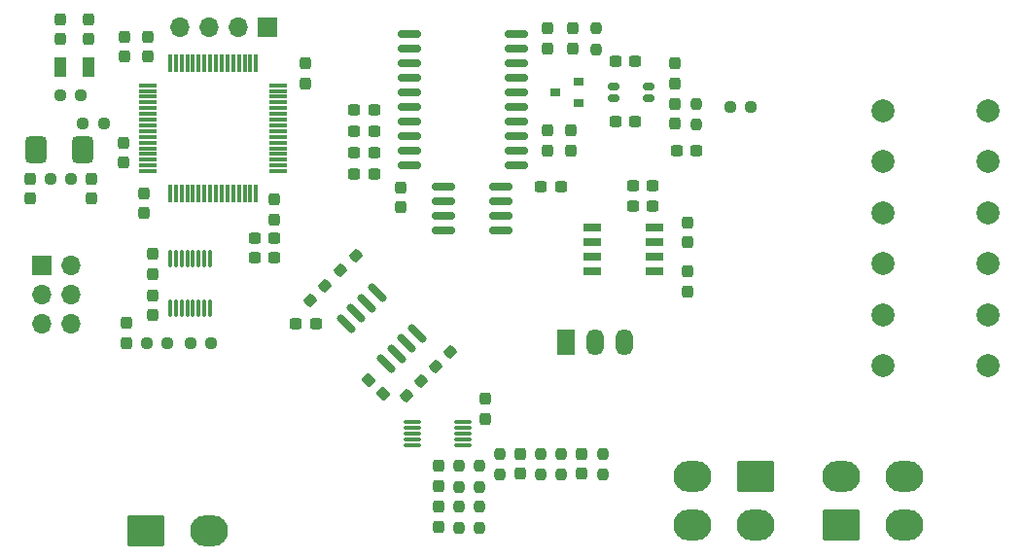
<source format=gts>
%TF.GenerationSoftware,KiCad,Pcbnew,(6.0.11)*%
%TF.CreationDate,2023-07-03T20:40:41+10:00*%
%TF.ProjectId,LV_MASTER_A_SAMPLE,4c565f4d-4153-4544-9552-5f415f53414d,1*%
%TF.SameCoordinates,Original*%
%TF.FileFunction,Soldermask,Top*%
%TF.FilePolarity,Negative*%
%FSLAX46Y46*%
G04 Gerber Fmt 4.6, Leading zero omitted, Abs format (unit mm)*
G04 Created by KiCad (PCBNEW (6.0.11)) date 2023-07-03 20:40:41*
%MOMM*%
%LPD*%
G01*
G04 APERTURE LIST*
G04 Aperture macros list*
%AMRoundRect*
0 Rectangle with rounded corners*
0 $1 Rounding radius*
0 $2 $3 $4 $5 $6 $7 $8 $9 X,Y pos of 4 corners*
0 Add a 4 corners polygon primitive as box body*
4,1,4,$2,$3,$4,$5,$6,$7,$8,$9,$2,$3,0*
0 Add four circle primitives for the rounded corners*
1,1,$1+$1,$2,$3*
1,1,$1+$1,$4,$5*
1,1,$1+$1,$6,$7*
1,1,$1+$1,$8,$9*
0 Add four rect primitives between the rounded corners*
20,1,$1+$1,$2,$3,$4,$5,0*
20,1,$1+$1,$4,$5,$6,$7,0*
20,1,$1+$1,$6,$7,$8,$9,0*
20,1,$1+$1,$8,$9,$2,$3,0*%
G04 Aperture macros list end*
%ADD10RoundRect,0.075000X-0.700000X-0.075000X0.700000X-0.075000X0.700000X0.075000X-0.700000X0.075000X0*%
%ADD11RoundRect,0.075000X-0.075000X-0.700000X0.075000X-0.700000X0.075000X0.700000X-0.075000X0.700000X0*%
%ADD12R,1.000000X1.800000*%
%ADD13RoundRect,0.237500X0.237500X-0.300000X0.237500X0.300000X-0.237500X0.300000X-0.237500X-0.300000X0*%
%ADD14RoundRect,0.237500X-0.237500X0.300000X-0.237500X-0.300000X0.237500X-0.300000X0.237500X0.300000X0*%
%ADD15RoundRect,0.237500X-0.237500X0.250000X-0.237500X-0.250000X0.237500X-0.250000X0.237500X0.250000X0*%
%ADD16RoundRect,0.237500X0.237500X-0.250000X0.237500X0.250000X-0.237500X0.250000X-0.237500X-0.250000X0*%
%ADD17RoundRect,0.150000X-0.875000X-0.150000X0.875000X-0.150000X0.875000X0.150000X-0.875000X0.150000X0*%
%ADD18RoundRect,0.237500X0.300000X0.237500X-0.300000X0.237500X-0.300000X-0.237500X0.300000X-0.237500X0*%
%ADD19RoundRect,0.075000X-0.650000X-0.075000X0.650000X-0.075000X0.650000X0.075000X-0.650000X0.075000X0*%
%ADD20RoundRect,0.150000X0.689429X-0.477297X-0.477297X0.689429X-0.689429X0.477297X0.477297X-0.689429X0*%
%ADD21RoundRect,0.237500X0.008839X0.344715X-0.344715X-0.008839X-0.008839X-0.344715X0.344715X0.008839X0*%
%ADD22RoundRect,0.237500X-0.300000X-0.237500X0.300000X-0.237500X0.300000X0.237500X-0.300000X0.237500X0*%
%ADD23RoundRect,0.075000X-0.075000X0.650000X-0.075000X-0.650000X0.075000X-0.650000X0.075000X0.650000X0*%
%ADD24RoundRect,0.237500X-0.250000X-0.237500X0.250000X-0.237500X0.250000X0.237500X-0.250000X0.237500X0*%
%ADD25RoundRect,0.237500X-0.008839X-0.344715X0.344715X0.008839X0.008839X0.344715X-0.344715X-0.008839X0*%
%ADD26RoundRect,0.150000X-0.825000X-0.150000X0.825000X-0.150000X0.825000X0.150000X-0.825000X0.150000X0*%
%ADD27R,1.525000X0.650000*%
%ADD28RoundRect,0.237500X0.250000X0.237500X-0.250000X0.237500X-0.250000X-0.237500X0.250000X-0.237500X0*%
%ADD29RoundRect,0.475000X-0.475000X-0.725000X0.475000X-0.725000X0.475000X0.725000X-0.475000X0.725000X0*%
%ADD30R,0.900000X0.800000*%
%ADD31RoundRect,0.237500X-0.380070X0.044194X0.044194X-0.380070X0.380070X-0.044194X-0.044194X0.380070X0*%
%ADD32RoundRect,0.250001X1.399999X-1.099999X1.399999X1.099999X-1.399999X1.099999X-1.399999X-1.099999X0*%
%ADD33O,3.300000X2.700000*%
%ADD34RoundRect,0.150000X-0.375000X-0.150000X0.375000X-0.150000X0.375000X0.150000X-0.375000X0.150000X0*%
%ADD35RoundRect,0.250001X-1.399999X1.099999X-1.399999X-1.099999X1.399999X-1.099999X1.399999X1.099999X0*%
%ADD36R,1.700000X1.700000*%
%ADD37O,1.700000X1.700000*%
%ADD38C,2.000000*%
%ADD39R,1.500000X2.300000*%
%ADD40O,1.500000X2.300000*%
G04 APERTURE END LIST*
D10*
%TO.C,U1*%
X121516200Y-79907400D03*
X121516200Y-80407400D03*
X121516200Y-80907400D03*
X121516200Y-81407400D03*
X121516200Y-81907400D03*
X121516200Y-82407400D03*
X121516200Y-82907400D03*
X121516200Y-83407400D03*
X121516200Y-83907400D03*
X121516200Y-84407400D03*
X121516200Y-84907400D03*
X121516200Y-85407400D03*
X121516200Y-85907400D03*
X121516200Y-86407400D03*
X121516200Y-86907400D03*
X121516200Y-87407400D03*
D11*
X123441200Y-89332400D03*
X123941200Y-89332400D03*
X124441200Y-89332400D03*
X124941200Y-89332400D03*
X125441200Y-89332400D03*
X125941200Y-89332400D03*
X126441200Y-89332400D03*
X126941200Y-89332400D03*
X127441200Y-89332400D03*
X127941200Y-89332400D03*
X128441200Y-89332400D03*
X128941200Y-89332400D03*
X129441200Y-89332400D03*
X129941200Y-89332400D03*
X130441200Y-89332400D03*
X130941200Y-89332400D03*
D10*
X132866200Y-87407400D03*
X132866200Y-86907400D03*
X132866200Y-86407400D03*
X132866200Y-85907400D03*
X132866200Y-85407400D03*
X132866200Y-84907400D03*
X132866200Y-84407400D03*
X132866200Y-83907400D03*
X132866200Y-83407400D03*
X132866200Y-82907400D03*
X132866200Y-82407400D03*
X132866200Y-81907400D03*
X132866200Y-81407400D03*
X132866200Y-80907400D03*
X132866200Y-80407400D03*
X132866200Y-79907400D03*
D11*
X130941200Y-77982400D03*
X130441200Y-77982400D03*
X129941200Y-77982400D03*
X129441200Y-77982400D03*
X128941200Y-77982400D03*
X128441200Y-77982400D03*
X127941200Y-77982400D03*
X127441200Y-77982400D03*
X126941200Y-77982400D03*
X126441200Y-77982400D03*
X125941200Y-77982400D03*
X125441200Y-77982400D03*
X124941200Y-77982400D03*
X124441200Y-77982400D03*
X123941200Y-77982400D03*
X123441200Y-77982400D03*
%TD*%
D12*
%TO.C,Y2*%
X113880000Y-78370000D03*
X116380000Y-78370000D03*
%TD*%
D13*
%TO.C,C51*%
X143510000Y-90524500D03*
X143510000Y-88799500D03*
%TD*%
D14*
%TO.C,C44*%
X150876000Y-107214500D03*
X150876000Y-108939500D03*
%TD*%
D15*
%TO.C,R22*%
X161163000Y-111990500D03*
X161163000Y-113815500D03*
%TD*%
D16*
%TO.C,R17*%
X148590000Y-114908000D03*
X148590000Y-113083000D03*
%TD*%
D17*
%TO.C,U4*%
X144321000Y-75438000D03*
X144321000Y-76708000D03*
X144321000Y-77978000D03*
X144321000Y-79248000D03*
X144321000Y-80518000D03*
X144321000Y-81788000D03*
X144321000Y-83058000D03*
X144321000Y-84328000D03*
X144321000Y-85598000D03*
X144321000Y-86868000D03*
X153621000Y-86868000D03*
X153621000Y-85598000D03*
X153621000Y-84328000D03*
X153621000Y-83058000D03*
X153621000Y-81788000D03*
X153621000Y-80518000D03*
X153621000Y-79248000D03*
X153621000Y-77978000D03*
X153621000Y-76708000D03*
X153621000Y-75438000D03*
%TD*%
D18*
%TO.C,C26*%
X141224000Y-87630000D03*
X139499000Y-87630000D03*
%TD*%
D15*
%TO.C,R20*%
X150368000Y-116612500D03*
X150368000Y-118437500D03*
%TD*%
D13*
%TO.C,C3*%
X113880000Y-75880800D03*
X113880000Y-74155800D03*
%TD*%
%TO.C,C48*%
X159258000Y-113715500D03*
X159258000Y-111990500D03*
%TD*%
%TO.C,C39*%
X119634000Y-102362000D03*
X119634000Y-100637000D03*
%TD*%
D19*
%TO.C,U8*%
X144571000Y-109236000D03*
X144571000Y-109736000D03*
X144571000Y-110236000D03*
X144571000Y-110736000D03*
X144571000Y-111236000D03*
X148971000Y-111236000D03*
X148971000Y-110736000D03*
X148971000Y-110236000D03*
X148971000Y-109736000D03*
X148971000Y-109236000D03*
%TD*%
D18*
%TO.C,C28*%
X141224000Y-82042000D03*
X139499000Y-82042000D03*
%TD*%
D13*
%TO.C,C47*%
X146812000Y-118337500D03*
X146812000Y-116612500D03*
%TD*%
D20*
%TO.C,U7*%
X142262051Y-104189128D03*
X143160076Y-103291102D03*
X144058102Y-102393076D03*
X144956128Y-101495051D03*
X141455949Y-97994872D03*
X140557924Y-98892898D03*
X139659898Y-99790924D03*
X138761872Y-100688949D03*
%TD*%
D18*
%TO.C,C25*%
X141224000Y-83920500D03*
X139499000Y-83920500D03*
%TD*%
D15*
%TO.C,R18*%
X155702000Y-111990500D03*
X155702000Y-113815500D03*
%TD*%
D21*
%TO.C,R12*%
X136926470Y-97388530D03*
X135636000Y-98679000D03*
%TD*%
D13*
%TO.C,C10*%
X119418800Y-86628100D03*
X119418800Y-84903100D03*
%TD*%
D16*
%TO.C,R19*%
X152146000Y-113815500D03*
X152146000Y-111990500D03*
%TD*%
D13*
%TO.C,C31*%
X156337000Y-85598000D03*
X156337000Y-83873000D03*
%TD*%
D15*
%TO.C,R5*%
X160528000Y-74983000D03*
X160528000Y-76808000D03*
%TD*%
D22*
%TO.C,C11*%
X130825600Y-94920000D03*
X132550600Y-94920000D03*
%TD*%
D23*
%TO.C,U6*%
X126941200Y-95005000D03*
X126441200Y-95005000D03*
X125941200Y-95005000D03*
X125441200Y-95005000D03*
X124941200Y-95005000D03*
X124441200Y-95005000D03*
X123941200Y-95005000D03*
X123441200Y-95005000D03*
X123441200Y-99305000D03*
X123941200Y-99305000D03*
X124441200Y-99305000D03*
X124941200Y-99305000D03*
X125441200Y-99305000D03*
X125941200Y-99305000D03*
X126441200Y-99305000D03*
X126941200Y-99305000D03*
%TD*%
D13*
%TO.C,C4*%
X116380000Y-75880800D03*
X116380000Y-74155800D03*
%TD*%
D24*
%TO.C,R24*%
X113880000Y-80768200D03*
X115705000Y-80768200D03*
%TD*%
D25*
%TO.C,R14*%
X146547765Y-104404235D03*
X147838235Y-103113765D03*
%TD*%
D18*
%TO.C,C52*%
X157453500Y-88773000D03*
X155728500Y-88773000D03*
%TD*%
D13*
%TO.C,C40*%
X121920000Y-96334500D03*
X121920000Y-94609500D03*
%TD*%
D15*
%TO.C,R16*%
X150368000Y-113083000D03*
X150368000Y-114908000D03*
%TD*%
D14*
%TO.C,C2*%
X116599400Y-88026200D03*
X116599400Y-89751200D03*
%TD*%
D13*
%TO.C,C32*%
X156337000Y-76708000D03*
X156337000Y-74983000D03*
%TD*%
D18*
%TO.C,C27*%
X141224000Y-85751500D03*
X139499000Y-85751500D03*
%TD*%
D26*
%TO.C,U9*%
X147258000Y-88773000D03*
X147258000Y-90043000D03*
X147258000Y-91313000D03*
X147258000Y-92583000D03*
X152208000Y-92583000D03*
X152208000Y-91313000D03*
X152208000Y-90043000D03*
X152208000Y-88773000D03*
%TD*%
D13*
%TO.C,C36*%
X167386000Y-79756000D03*
X167386000Y-78031000D03*
%TD*%
D27*
%TO.C,1*%
X160229000Y-92329000D03*
X160229000Y-93599000D03*
X160229000Y-94869000D03*
X160229000Y-96139000D03*
X165653000Y-96139000D03*
X165653000Y-94869000D03*
X165653000Y-93599000D03*
X165653000Y-92329000D03*
%TD*%
D22*
%TO.C,C34*%
X162205500Y-83058000D03*
X163930500Y-83058000D03*
%TD*%
D14*
%TO.C,C56*%
X168529000Y-91874000D03*
X168529000Y-93599000D03*
%TD*%
D13*
%TO.C,C29*%
X158496000Y-76708000D03*
X158496000Y-74983000D03*
%TD*%
D18*
%TO.C,C54*%
X165481000Y-90424000D03*
X163756000Y-90424000D03*
%TD*%
D15*
%TO.C,R7*%
X169291000Y-81534000D03*
X169291000Y-83359000D03*
%TD*%
D28*
%TO.C,R4*%
X114844900Y-88026200D03*
X113019900Y-88026200D03*
%TD*%
D13*
%TO.C,C5*%
X119510000Y-77417000D03*
X119510000Y-75692000D03*
%TD*%
D16*
%TO.C,R21*%
X148590000Y-118437500D03*
X148590000Y-116612500D03*
%TD*%
D29*
%TO.C,Y1*%
X111764700Y-85511600D03*
X115864700Y-85511600D03*
%TD*%
D13*
%TO.C,C9*%
X121158000Y-91032500D03*
X121158000Y-89307500D03*
%TD*%
D30*
%TO.C,D6*%
X158988000Y-81468000D03*
X158988000Y-79568000D03*
X156988000Y-80518000D03*
%TD*%
D13*
%TO.C,C30*%
X158369000Y-85598000D03*
X158369000Y-83873000D03*
%TD*%
%TO.C,C55*%
X168529000Y-97864000D03*
X168529000Y-96139000D03*
%TD*%
D18*
%TO.C,C37*%
X169291000Y-85598000D03*
X167566000Y-85598000D03*
%TD*%
D14*
%TO.C,C35*%
X167386000Y-81534000D03*
X167386000Y-83259000D03*
%TD*%
D24*
%TO.C,R9*%
X121412000Y-102362000D03*
X123237000Y-102362000D03*
%TD*%
D22*
%TO.C,C42*%
X134392500Y-100711000D03*
X136117500Y-100711000D03*
%TD*%
D28*
%TO.C,R6*%
X174013500Y-81788000D03*
X172188500Y-81788000D03*
%TD*%
D14*
%TO.C,C1*%
X111240000Y-88026200D03*
X111240000Y-89751200D03*
%TD*%
D22*
%TO.C,C12*%
X130825600Y-93240000D03*
X132550600Y-93240000D03*
%TD*%
D18*
%TO.C,C53*%
X165481000Y-88646000D03*
X163756000Y-88646000D03*
%TD*%
D13*
%TO.C,C45*%
X146812000Y-114808000D03*
X146812000Y-113083000D03*
%TD*%
D28*
%TO.C,R28*%
X117689700Y-83251000D03*
X115864700Y-83251000D03*
%TD*%
D22*
%TO.C,C33*%
X162205500Y-77851000D03*
X163930500Y-77851000D03*
%TD*%
D31*
%TO.C,C43*%
X140741120Y-105562120D03*
X141960880Y-106781880D03*
%TD*%
D32*
%TO.C,J5*%
X121337000Y-118745000D03*
D33*
X126837000Y-118745000D03*
%TD*%
D14*
%TO.C,C41*%
X121920000Y-98192000D03*
X121920000Y-99917000D03*
%TD*%
%TO.C,C7*%
X135250000Y-78027500D03*
X135250000Y-79752500D03*
%TD*%
D16*
%TO.C,R23*%
X157480000Y-113815500D03*
X157480000Y-111990500D03*
%TD*%
D34*
%TO.C,U5*%
X162051000Y-80018000D03*
X162051000Y-81018000D03*
X165101000Y-81018000D03*
X165101000Y-80018000D03*
%TD*%
D32*
%TO.C,J7*%
X181916000Y-118178000D03*
D33*
X181916000Y-113978000D03*
X187416000Y-118178000D03*
X187416000Y-113978000D03*
%TD*%
D21*
%TO.C,R15*%
X145298235Y-105653765D03*
X144007765Y-106944235D03*
%TD*%
D25*
%TO.C,R13*%
X138303000Y-96012000D03*
X139593470Y-94721530D03*
%TD*%
D13*
%TO.C,C46*%
X153924000Y-113715500D03*
X153924000Y-111990500D03*
%TD*%
D35*
%TO.C,J6*%
X174446000Y-113978000D03*
D33*
X174446000Y-118178000D03*
X168946000Y-113978000D03*
X168946000Y-118178000D03*
%TD*%
D13*
%TO.C,C6*%
X121500000Y-77417000D03*
X121500000Y-75692000D03*
%TD*%
D14*
%TO.C,C8*%
X132550600Y-89881500D03*
X132550600Y-91606500D03*
%TD*%
D24*
%TO.C,R8*%
X125222000Y-102362000D03*
X127047000Y-102362000D03*
%TD*%
D36*
%TO.C,J2*%
X131966400Y-74894400D03*
D37*
X129426400Y-74894400D03*
X126886400Y-74894400D03*
X124346400Y-74894400D03*
%TD*%
D38*
%TO.C,J1*%
X185559000Y-82108000D03*
X185559000Y-86548000D03*
X185559000Y-90998000D03*
X185559000Y-95438000D03*
X185559000Y-99888000D03*
X185559000Y-104328000D03*
X194679000Y-82108000D03*
X194679000Y-86548000D03*
X194679000Y-90998000D03*
X194679000Y-95438000D03*
X194679000Y-99888000D03*
X194679000Y-104328000D03*
%TD*%
D39*
%TO.C,U3*%
X157905000Y-102313500D03*
D40*
X160445000Y-102313500D03*
X162985000Y-102313500D03*
%TD*%
D36*
%TO.C,J3*%
X112270000Y-95645000D03*
D37*
X114810000Y-95645000D03*
X112270000Y-98185000D03*
X114810000Y-98185000D03*
X112270000Y-100725000D03*
X114810000Y-100725000D03*
%TD*%
M02*

</source>
